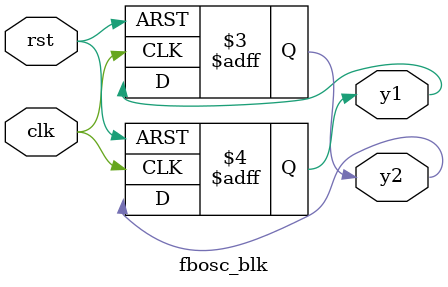
<source format=v>
module fbosc_blk(y1, y2, clk, rst);
    output y1, y2;
    input  clk, rst;
    reg    y1, y2;

    always @(posedge clk or posedge rst) begin
        if(rst) y1 = 0;     // reset
        else    y1 = y2;
    end

    always @(posedge clk or posedge rst) begin
        if(rst) y2 = 1;     // set
        else    y2 = y1;
    end
endmodule
</source>
